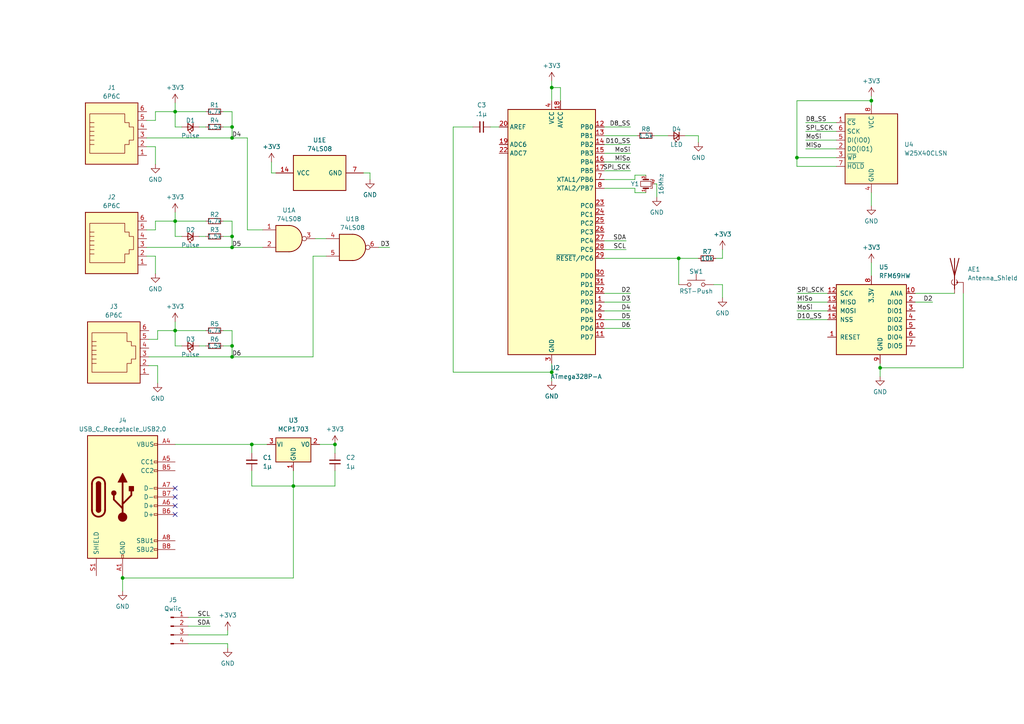
<source format=kicad_sch>
(kicad_sch (version 20230121) (generator eeschema)
  (paper "A4")
  (lib_symbols
    (symbol "74xx:74HC00" (pin_names (offset 1.016))
      (property "Reference" "U" (at 0 1.27 0))
      (property "Value" "74HC00" (at 0 -1.27 0))
      (symbol "74HC00_1_1"
        (arc (start 0 -3.81) (mid 3.7934 0) (end 0 3.81) (stroke (width 0.254)) (fill (type background)))
        (polyline (pts (xy 0 3.81) (xy -3.81 3.81) (xy -3.81 -3.81) (xy 0 -3.81)) (stroke (width 0.254)) (fill (type background)))
        (pin input line (at -7.62 2.54 0) (length 3.81) (name "~") (number "1"))
        (pin input line (at -7.62 -2.54 0) (length 3.81) (name "~") (number "2"))
        (pin output inverted (at 7.62 0 180) (length 3.81) (name "~") (number "3"))
      )
      (symbol "74HC00_1_2"
        (arc (start -3.81 -3.81) (mid -2.589 0) (end -3.81 3.81) (stroke (width 0.254)))
        (arc (start -0.6096 -3.81) (mid 2.1842 -2.5851) (end 3.81 0) (stroke (width 0.254)) (fill (type background)))
        (polyline (pts (xy -3.81 -3.81) (xy -0.635 -3.81)) (stroke (width 0.254)) (fill (type background)))
        (polyline (pts (xy -3.81 3.81) (xy -0.635 3.81)) (stroke (width 0.254)) (fill (type background)))
        (polyline (pts (xy -0.635 3.81) (xy -3.81 3.81) (xy -3.81 3.81) (xy -3.556 3.4036) (xy -3.0226 2.2606) (xy -2.6924 1.0414) (xy -2.6162 -0.254) (xy -2.7686 -1.4986) (xy -3.175 -2.7178) (xy -3.81 -3.81) (xy -3.81 -3.81) (xy -0.635 -3.81)) (stroke (width -25.4)) (fill (type background)))
        (arc (start 3.81 0) (mid 2.1915 2.5936) (end -0.6096 3.81) (stroke (width 0.254)) (fill (type background)))
        (pin input inverted (at -7.62 2.54 0) (length 4.318) (name "~") (number "1"))
        (pin input inverted (at -7.62 -2.54 0) (length 4.318) (name "~") (number "2"))
        (pin output line (at 7.62 0 180) (length 3.81) (name "~") (number "3"))
      )
      (symbol "74HC00_2_1"
        (arc (start 0 -3.81) (mid 3.7934 0) (end 0 3.81) (stroke (width 0.254)) (fill (type background)))
        (polyline (pts (xy 0 3.81) (xy -3.81 3.81) (xy -3.81 -3.81) (xy 0 -3.81)) (stroke (width 0.254)) (fill (type background)))
        (pin input line (at -7.62 2.54 0) (length 3.81) (name "~") (number "4"))
        (pin input line (at -7.62 -2.54 0) (length 3.81) (name "~") (number "5"))
        (pin output inverted (at 7.62 0 180) (length 3.81) (name "~") (number "6"))
      )
      (symbol "74HC00_2_2"
        (arc (start -3.81 -3.81) (mid -2.589 0) (end -3.81 3.81) (stroke (width 0.254)))
        (arc (start -0.6096 -3.81) (mid 2.1842 -2.5851) (end 3.81 0) (stroke (width 0.254)) (fill (type background)))
        (polyline (pts (xy -3.81 -3.81) (xy -0.635 -3.81)) (stroke (width 0.254)) (fill (type background)))
        (polyline (pts (xy -3.81 3.81) (xy -0.635 3.81)) (stroke (width 0.254)) (fill (type background)))
        (polyline (pts (xy -0.635 3.81) (xy -3.81 3.81) (xy -3.81 3.81) (xy -3.556 3.4036) (xy -3.0226 2.2606) (xy -2.6924 1.0414) (xy -2.6162 -0.254) (xy -2.7686 -1.4986) (xy -3.175 -2.7178) (xy -3.81 -3.81) (xy -3.81 -3.81) (xy -0.635 -3.81)) (stroke (width -25.4)) (fill (type background)))
        (arc (start 3.81 0) (mid 2.1915 2.5936) (end -0.6096 3.81) (stroke (width 0.254)) (fill (type background)))
        (pin input inverted (at -7.62 2.54 0) (length 4.318) (name "~") (number "4"))
        (pin input inverted (at -7.62 -2.54 0) (length 4.318) (name "~") (number "5"))
        (pin output line (at 7.62 0 180) (length 3.81) (name "~") (number "6"))
      )
      (symbol "74HC00_3_1"
        (arc (start 0 -3.81) (mid 3.7934 0) (end 0 3.81) (stroke (width 0.254)) (fill (type background)))
        (polyline (pts (xy 0 3.81) (xy -3.81 3.81) (xy -3.81 -3.81) (xy 0 -3.81)) (stroke (width 0.254)) (fill (type background)))
        (pin input line (at -7.62 -2.54 0) (length 3.81) (name "~") (number "10"))
        (pin output inverted (at 7.62 0 180) (length 3.81) (name "~") (number "8"))
        (pin input line (at -7.62 2.54 0) (length 3.81) (name "~") (number "9"))
      )
      (symbol "74HC00_3_2"
        (arc (start -3.81 -3.81) (mid -2.589 0) (end -3.81 3.81) (stroke (width 0.254)))
        (arc (start -0.6096 -3.81) (mid 2.1842 -2.5851) (end 3.81 0) (stroke (width 0.254)) (fill (type background)))
        (polyline (pts (xy -3.81 -3.81) (xy -0.635 -3.81)) (stroke (width 0.254)) (fill (type background)))
        (polyline (pts (xy -3.81 3.81) (xy -0.635 3.81)) (stroke (width 0.254)) (fill (type background)))
        (polyline (pts (xy -0.635 3.81) (xy -3.81 3.81) (xy -3.81 3.81) (xy -3.556 3.4036) (xy -3.0226 2.2606) (xy -2.6924 1.0414) (xy -2.6162 -0.254) (xy -2.7686 -1.4986) (xy -3.175 -2.7178) (xy -3.81 -3.81) (xy -3.81 -3.81) (xy -0.635 -3.81)) (stroke (width -25.4)) (fill (type background)))
        (arc (start 3.81 0) (mid 2.1915 2.5936) (end -0.6096 3.81) (stroke (width 0.254)) (fill (type background)))
        (pin input inverted (at -7.62 -2.54 0) (length 4.318) (name "~") (number "10"))
        (pin output line (at 7.62 0 180) (length 3.81) (name "~") (number "8"))
        (pin input inverted (at -7.62 2.54 0) (length 4.318) (name "~") (number "9"))
      )
      (symbol "74HC00_4_1"
        (arc (start 0 -3.81) (mid 3.7934 0) (end 0 3.81) (stroke (width 0.254)) (fill (type background)))
        (polyline (pts (xy 0 3.81) (xy -3.81 3.81) (xy -3.81 -3.81) (xy 0 -3.81)) (stroke (width 0.254)) (fill (type background)))
        (pin output inverted (at 7.62 0 180) (length 3.81) (name "~") (number "11"))
        (pin input line (at -7.62 2.54 0) (length 3.81) (name "~") (number "12"))
        (pin input line (at -7.62 -2.54 0) (length 3.81) (name "~") (number "13"))
      )
      (symbol "74HC00_4_2"
        (arc (start -3.81 -3.81) (mid -2.589 0) (end -3.81 3.81) (stroke (width 0.254)))
        (arc (start -0.6096 -3.81) (mid 2.1842 -2.5851) (end 3.81 0) (stroke (width 0.254)) (fill (type background)))
        (polyline (pts (xy -3.81 -3.81) (xy -0.635 -3.81)) (stroke (width 0.254)) (fill (type background)))
        (polyline (pts (xy -3.81 3.81) (xy -0.635 3.81)) (stroke (width 0.254)) (fill (type background)))
        (polyline (pts (xy -0.635 3.81) (xy -3.81 3.81) (xy -3.81 3.81) (xy -3.556 3.4036) (xy -3.0226 2.2606) (xy -2.6924 1.0414) (xy -2.6162 -0.254) (xy -2.7686 -1.4986) (xy -3.175 -2.7178) (xy -3.81 -3.81) (xy -3.81 -3.81) (xy -0.635 -3.81)) (stroke (width -25.4)) (fill (type background)))
        (arc (start 3.81 0) (mid 2.1915 2.5936) (end -0.6096 3.81) (stroke (width 0.254)) (fill (type background)))
        (pin output line (at 7.62 0 180) (length 3.81) (name "~") (number "11"))
        (pin input inverted (at -7.62 2.54 0) (length 4.318) (name "~") (number "12"))
        (pin input inverted (at -7.62 -2.54 0) (length 4.318) (name "~") (number "13"))
      )
      (symbol "74HC00_5_0"
        (pin power_in line (at 0 12.7 270) (length 5.08) (name "VCC") (number "14"))
        (pin power_in line (at 0 -12.7 90) (length 5.08) (name "GND") (number "7"))
      )
      (symbol "74HC00_5_1"
        (rectangle (start -5.08 7.62) (end 5.08 -7.62) (stroke (width 0.254)) (fill (type background)))
      )
    )
    (symbol "Connector:6P6C" (pin_names (offset 1.016))
      (property "Reference" "J" (at -5.08 11.43 0))
      (property "Value" "6P6C" (at 2.54 11.43 0))
      (symbol "6P6C_0_1"
        (polyline (pts (xy -6.35 -1.905) (xy -5.08 -1.905) (xy -5.08 -1.905)))
        (polyline (pts (xy -6.35 -0.635) (xy -5.08 -0.635) (xy -5.08 -0.635)))
        (polyline (pts (xy -6.35 0.635) (xy -5.08 0.635) (xy -5.08 0.635)))
        (polyline (pts (xy -6.35 1.905) (xy -5.08 1.905) (xy -5.08 1.905)))
        (polyline (pts (xy -6.35 3.175) (xy -5.08 3.175) (xy -5.08 3.175)))
        (polyline (pts (xy -5.08 4.445) (xy -6.35 4.445) (xy -6.35 4.445)))
        (polyline (pts (xy -6.35 -4.445) (xy -6.35 6.985) (xy 3.81 6.985) (xy 3.81 4.445) (xy 5.08 4.445) (xy 5.08 3.175) (xy 6.35 3.175) (xy 6.35 -0.635) (xy 5.08 -0.635) (xy 5.08 -1.905) (xy 3.81 -1.905) (xy 3.81 -4.445) (xy -6.35 -4.445) (xy -6.35 -4.445)))
        (rectangle (start 7.62 10.16) (end -7.62 -7.62) (stroke (width 0.254)) (fill (type background)))
      )
      (symbol "6P6C_1_1"
        (pin passive line (at 10.16 -5.08 180) (length 2.54) (name "~") (number "1"))
        (pin passive line (at 10.16 -2.54 180) (length 2.54) (name "~") (number "2"))
        (pin passive line (at 10.16 0 180) (length 2.54) (name "~") (number "3"))
        (pin passive line (at 10.16 2.54 180) (length 2.54) (name "~") (number "4"))
        (pin passive line (at 10.16 5.08 180) (length 2.54) (name "~") (number "5"))
        (pin passive line (at 10.16 7.62 180) (length 2.54) (name "~") (number "6"))
      )
    )
    (symbol "Connector:Conn_01x04_Pin" (pin_names (offset 1.016) hide)
      (property "Reference" "J" (at 0 5.08 0))
      (property "Value" "Conn_01x04_Pin" (at 0 -7.62 0))
      (symbol "Conn_01x04_Pin_1_1"
        (polyline (pts (xy 1.27 -5.08) (xy 0.8636 -5.08)) (stroke (width 0.1524)))
        (polyline (pts (xy 1.27 -2.54) (xy 0.8636 -2.54)) (stroke (width 0.1524)))
        (polyline (pts (xy 1.27 0) (xy 0.8636 0)) (stroke (width 0.1524)))
        (polyline (pts (xy 1.27 2.54) (xy 0.8636 2.54)) (stroke (width 0.1524)))
        (rectangle (start 0.8636 -4.953) (end 0 -5.207) (stroke (width 0.1524)) (fill (type outline)))
        (rectangle (start 0.8636 -2.413) (end 0 -2.667) (stroke (width 0.1524)) (fill (type outline)))
        (rectangle (start 0.8636 0.127) (end 0 -0.127) (stroke (width 0.1524)) (fill (type outline)))
        (rectangle (start 0.8636 2.667) (end 0 2.413) (stroke (width 0.1524)) (fill (type outline)))
        (pin passive line (at 5.08 2.54 180) (length 3.81) (name "Pin_1") (number "1"))
        (pin passive line (at 5.08 0 180) (length 3.81) (name "Pin_2") (number "2"))
        (pin passive line (at 5.08 -2.54 180) (length 3.81) (name "Pin_3") (number "3"))
        (pin passive line (at 5.08 -5.08 180) (length 3.81) (name "Pin_4") (number "4"))
      )
    )
    (symbol "Connector:USB_C_Receptacle_USB2.0" (pin_names (offset 1.016))
      (property "Reference" "J" (at -10.16 19.05 0))
      (property "Value" "USB_C_Receptacle_USB2.0" (at 19.05 19.05 0))
      (symbol "USB_C_Receptacle_USB2.0_0_0"
        (rectangle (start -0.254 -17.78) (end 0.254 -16.764))
        (rectangle (start 10.16 -14.986) (end 9.144 -15.494))
        (rectangle (start 10.16 -12.446) (end 9.144 -12.954))
        (rectangle (start 10.16 -4.826) (end 9.144 -5.334))
        (rectangle (start 10.16 -2.286) (end 9.144 -2.794))
        (rectangle (start 10.16 0.254) (end 9.144 -0.254))
        (rectangle (start 10.16 2.794) (end 9.144 2.286))
        (rectangle (start 10.16 7.874) (end 9.144 7.366))
        (rectangle (start 10.16 10.414) (end 9.144 9.906))
        (rectangle (start 10.16 15.494) (end 9.144 14.986))
      )
      (symbol "USB_C_Receptacle_USB2.0_0_1"
        (rectangle (start -10.16 17.78) (end 10.16 -17.78) (stroke (width 0.254)) (fill (type background)))
        (arc (start -8.89 -3.81) (mid -6.985 -5.7067) (end -5.08 -3.81) (stroke (width 0.508)))
        (arc (start -7.62 -3.81) (mid -6.985 -4.4423) (end -6.35 -3.81) (stroke (width 0.254)))
        (arc (start -7.62 -3.81) (mid -6.985 -4.4423) (end -6.35 -3.81) (stroke (width 0.254)) (fill (type outline)))
        (rectangle (start -7.62 -3.81) (end -6.35 3.81) (stroke (width 0.254)) (fill (type outline)))
        (arc (start -6.35 3.81) (mid -6.985 4.4423) (end -7.62 3.81) (stroke (width 0.254)))
        (arc (start -6.35 3.81) (mid -6.985 4.4423) (end -7.62 3.81) (stroke (width 0.254)) (fill (type outline)))
        (arc (start -5.08 3.81) (mid -6.985 5.7067) (end -8.89 3.81) (stroke (width 0.508)))
        (circle (center -2.54 1.143) (radius 0.635) (stroke (width 0.254)) (fill (type outline)))
        (circle (center 0 -5.842) (radius 1.27) (fill (type outline)))
        (polyline (pts (xy -8.89 -3.81) (xy -8.89 3.81)) (stroke (width 0.508)))
        (polyline (pts (xy -5.08 3.81) (xy -5.08 -3.81)) (stroke (width 0.508)))
        (polyline (pts (xy 0 -5.842) (xy 0 4.318)) (stroke (width 0.508)))
        (polyline (pts (xy 0 -3.302) (xy -2.54 -0.762) (xy -2.54 0.508)) (stroke (width 0.508)))
        (polyline (pts (xy 0 -2.032) (xy 2.54 0.508) (xy 2.54 1.778)) (stroke (width 0.508)))
        (polyline (pts (xy -1.27 4.318) (xy 0 6.858) (xy 1.27 4.318) (xy -1.27 4.318)) (stroke (width 0.254)) (fill (type outline)))
        (rectangle (start 1.905 1.778) (end 3.175 3.048) (stroke (width 0.254)) (fill (type outline)))
      )
      (symbol "USB_C_Receptacle_USB2.0_1_1"
        (pin passive line (at 0 -22.86 90) (length 5.08) (name "GND") (number "A1"))
        (pin passive line (at 0 -22.86 90) (length 5.08) hide (name "GND") (number "A12"))
        (pin passive line (at 15.24 15.24 180) (length 5.08) (name "VBUS") (number "A4"))
        (pin bidirectional line (at 15.24 10.16 180) (length 5.08) (name "CC1") (number "A5"))
        (pin bidirectional line (at 15.24 -2.54 180) (length 5.08) (name "D+") (number "A6"))
        (pin bidirectional line (at 15.24 2.54 180) (length 5.08) (name "D-") (number "A7"))
        (pin bidirectional line (at 15.24 -12.7 180) (length 5.08) (name "SBU1") (number "A8"))
        (pin passive line (at 15.24 15.24 180) (length 5.08) hide (name "VBUS") (number "A9"))
        (pin passive line (at 0 -22.86 90) (length 5.08) hide (name "GND") (number "B1"))
        (pin passive line (at 0 -22.86 90) (length 5.08) hide (name "GND") (number "B12"))
        (pin passive line (at 15.24 15.24 180) (length 5.08) hide (name "VBUS") (number "B4"))
        (pin bidirectional line (at 15.24 7.62 180) (length 5.08) (name "CC2") (number "B5"))
        (pin bidirectional line (at 15.24 -5.08 180) (length 5.08) (name "D+") (number "B6"))
        (pin bidirectional line (at 15.24 0 180) (length 5.08) (name "D-") (number "B7"))
        (pin bidirectional line (at 15.24 -15.24 180) (length 5.08) (name "SBU2") (number "B8"))
        (pin passive line (at 15.24 15.24 180) (length 5.08) hide (name "VBUS") (number "B9"))
        (pin passive line (at -7.62 -22.86 90) (length 5.08) (name "SHIELD") (number "S1"))
      )
    )
    (symbol "Device:Antenna_Shield" (pin_numbers hide) (pin_names (offset 1.016) hide)
      (property "Reference" "AE" (at -1.905 4.445 0))
      (property "Value" "Antenna_Shield" (at -1.905 2.54 0))
      (symbol "Antenna_Shield_0_1"
        (arc (start -0.508 -1.143) (mid -0.8429 -2.1194) (end 0 -2.667))
        (arc (start 0 -2.667) (mid 0.7989 -2.1052) (end 0.508 -1.143))
        (polyline (pts (xy 0 -2.54) (xy 0 0)))
        (polyline (pts (xy 0 5.08) (xy 0 -3.81)) (stroke (width 0.254)))
        (polyline (pts (xy 0.762 -1.905) (xy 2.54 -1.905)))
        (polyline (pts (xy 2.54 -2.54) (xy 2.54 -1.905)))
        (polyline (pts (xy 1.27 5.08) (xy 0 0) (xy -1.27 5.08)) (stroke (width 0.254)))
        (circle (center 0.762 -1.905) (radius 0.1778) (fill (type outline)))
      )
      (symbol "Antenna_Shield_1_1"
        (pin input line (at 0 -5.08 90) (length 2.54) (name "A") (number "1"))
        (pin input line (at 2.54 -5.08 90) (length 2.54) (name "Shield") (number "2"))
      )
    )
    (symbol "Device:C_Small" (pin_numbers hide) (pin_names (offset 0.254) hide)
      (property "Reference" "C" (at 0.254 1.778 0))
      (property "Value" "C_Small" (at 0.254 -2.032 0))
      (symbol "C_Small_0_1"
        (polyline (pts (xy -1.524 -0.508) (xy 1.524 -0.508)) (stroke (width 0.3302)))
        (polyline (pts (xy -1.524 0.508) (xy 1.524 0.508)) (stroke (width 0.3048)))
      )
      (symbol "C_Small_1_1"
        (pin passive line (at 0 2.54 270) (length 2.032) (name "~") (number "1"))
        (pin passive line (at 0 -2.54 90) (length 2.032) (name "~") (number "2"))
      )
    )
    (symbol "Device:Crystal_GND2_Small" (pin_names (offset 1.016) hide)
      (property "Reference" "Y" (at 0 5.08 0))
      (property "Value" "Crystal_GND2_Small" (at 0 3.175 0))
      (symbol "Crystal_GND2_Small_0_1"
        (rectangle (start -0.762 -1.524) (end 0.762 1.524))
        (polyline (pts (xy -1.27 -0.762) (xy -1.27 0.762)) (stroke (width 0.381)))
        (polyline (pts (xy 1.27 -0.762) (xy 1.27 0.762)) (stroke (width 0.381)))
        (polyline (pts (xy -1.27 -1.27) (xy -1.27 -1.905) (xy 1.27 -1.905) (xy 1.27 -1.27)))
      )
      (symbol "Crystal_GND2_Small_1_1"
        (pin passive line (at -2.54 0 0) (length 1.27) (name "1") (number "1"))
        (pin passive line (at 0 -2.54 90) (length 0.635) (name "2") (number "2"))
        (pin passive line (at 2.54 0 180) (length 1.27) (name "3") (number "3"))
      )
    )
    (symbol "Device:LED_Small" (pin_numbers hide) (pin_names (offset 0.254) hide)
      (property "Reference" "D" (at -1.27 3.175 0))
      (property "Value" "LED_Small" (at -4.445 -2.54 0))
      (symbol "LED_Small_0_1"
        (polyline (pts (xy -0.762 -1.016) (xy -0.762 1.016)) (stroke (width 0.254)))
        (polyline (pts (xy 1.016 0) (xy -0.762 0)))
        (polyline (pts (xy 0.762 -1.016) (xy -0.762 0) (xy 0.762 1.016) (xy 0.762 -1.016)) (stroke (width 0.254)))
        (polyline (pts (xy 0 0.762) (xy -0.508 1.27) (xy -0.254 1.27) (xy -0.508 1.27) (xy -0.508 1.016)))
        (polyline (pts (xy 0.508 1.27) (xy 0 1.778) (xy 0.254 1.778) (xy 0 1.778) (xy 0 1.524)))
      )
      (symbol "LED_Small_1_1"
        (pin passive line (at -2.54 0 0) (length 1.778) (name "K") (number "1"))
        (pin passive line (at 2.54 0 180) (length 1.778) (name "A") (number "2"))
      )
    )
    (symbol "Device:R_Small" (pin_numbers hide) (pin_names (offset 0.254) hide)
      (property "Reference" "R" (at 0.762 0.508 0))
      (property "Value" "R_Small" (at 0.762 -1.016 0))
      (symbol "R_Small_0_1"
        (rectangle (start -0.762 1.778) (end 0.762 -1.778) (stroke (width 0.2032)))
      )
      (symbol "R_Small_1_1"
        (pin passive line (at 0 2.54 270) (length 0.762) (name "~") (number "1"))
        (pin passive line (at 0 -2.54 90) (length 0.762) (name "~") (number "2"))
      )
    )
    (symbol "MCU_Microchip_ATmega:ATmega328P-A"
      (property "Reference" "U" (at -12.7 36.83 0))
      (property "Value" "ATmega328P-A" (at 2.54 -36.83 0))
      (symbol "ATmega328P-A_0_1"
        (rectangle (start -12.7 -35.56) (end 12.7 35.56) (stroke (width 0.254)) (fill (type background)))
      )
      (symbol "ATmega328P-A_1_1"
        (pin bidirectional line (at 15.24 -20.32 180) (length 2.54) (name "PD3") (number "1"))
        (pin bidirectional line (at 15.24 -27.94 180) (length 2.54) (name "PD6") (number "10"))
        (pin bidirectional line (at 15.24 -30.48 180) (length 2.54) (name "PD7") (number "11"))
        (pin bidirectional line (at 15.24 30.48 180) (length 2.54) (name "PB0") (number "12"))
        (pin bidirectional line (at 15.24 27.94 180) (length 2.54) (name "PB1") (number "13"))
        (pin bidirectional line (at 15.24 25.4 180) (length 2.54) (name "PB2") (number "14"))
        (pin bidirectional line (at 15.24 22.86 180) (length 2.54) (name "PB3") (number "15"))
        (pin bidirectional line (at 15.24 20.32 180) (length 2.54) (name "PB4") (number "16"))
        (pin bidirectional line (at 15.24 17.78 180) (length 2.54) (name "PB5") (number "17"))
        (pin power_in line (at 2.54 38.1 270) (length 2.54) (name "AVCC") (number "18"))
        (pin input line (at -15.24 25.4 0) (length 2.54) (name "ADC6") (number "19"))
        (pin bidirectional line (at 15.24 -22.86 180) (length 2.54) (name "PD4") (number "2"))
        (pin passive line (at -15.24 30.48 0) (length 2.54) (name "AREF") (number "20"))
        (pin passive line (at 0 -38.1 90) (length 2.54) hide (name "GND") (number "21"))
        (pin input line (at -15.24 22.86 0) (length 2.54) (name "ADC7") (number "22"))
        (pin bidirectional line (at 15.24 7.62 180) (length 2.54) (name "PC0") (number "23"))
        (pin bidirectional line (at 15.24 5.08 180) (length 2.54) (name "PC1") (number "24"))
        (pin bidirectional line (at 15.24 2.54 180) (length 2.54) (name "PC2") (number "25"))
        (pin bidirectional line (at 15.24 0 180) (length 2.54) (name "PC3") (number "26"))
        (pin bidirectional line (at 15.24 -2.54 180) (length 2.54) (name "PC4") (number "27"))
        (pin bidirectional line (at 15.24 -5.08 180) (length 2.54) (name "PC5") (number "28"))
        (pin bidirectional line (at 15.24 -7.62 180) (length 2.54) (name "~{RESET}/PC6") (number "29"))
        (pin power_in line (at 0 -38.1 90) (length 2.54) (name "GND") (number "3"))
        (pin bidirectional line (at 15.24 -12.7 180) (length 2.54) (name "PD0") (number "30"))
        (pin bidirectional line (at 15.24 -15.24 180) (length 2.54) (name "PD1") (number "31"))
        (pin bidirectional line (at 15.24 -17.78 180) (length 2.54) (name "PD2") (number "32"))
        (pin power_in line (at 0 38.1 270) (length 2.54) (name "VCC") (number "4"))
        (pin passive line (at 0 -38.1 90) (length 2.54) hide (name "GND") (number "5"))
        (pin passive line (at 0 38.1 270) (length 2.54) hide (name "VCC") (number "6"))
        (pin bidirectional line (at 15.24 15.24 180) (length 2.54) (name "XTAL1/PB6") (number "7"))
        (pin bidirectional line (at 15.24 12.7 180) (length 2.54) (name "XTAL2/PB7") (number "8"))
        (pin bidirectional line (at 15.24 -25.4 180) (length 2.54) (name "PD5") (number "9"))
      )
    )
    (symbol "Memory_Flash:W25X40CLSN"
      (property "Reference" "U" (at -7.62 10.16 0))
      (property "Value" "W25X40CLSN" (at 2.54 10.16 0))
      (symbol "W25X40CLSN_0_1"
        (rectangle (start -7.62 10.16) (end 7.62 -10.16) (stroke (width 0.254)) (fill (type background)))
      )
      (symbol "W25X40CLSN_1_1"
        (pin input line (at -10.16 7.62 0) (length 2.54) (name "~{CS}") (number "1"))
        (pin bidirectional line (at -10.16 0 0) (length 2.54) (name "DO(IO1)") (number "2"))
        (pin bidirectional line (at -10.16 -2.54 0) (length 2.54) (name "~{WP}") (number "3"))
        (pin power_in line (at 0 -12.7 90) (length 2.54) (name "GND") (number "4"))
        (pin bidirectional line (at -10.16 2.54 0) (length 2.54) (name "DI(IO0)") (number "5"))
        (pin input line (at -10.16 5.08 0) (length 2.54) (name "SCK") (number "6"))
        (pin bidirectional line (at -10.16 -5.08 0) (length 2.54) (name "~{HOLD}") (number "7"))
        (pin power_in line (at 0 12.7 270) (length 2.54) (name "VCC") (number "8"))
      )
    )
    (symbol "RF_Module:RFM69HW" (pin_names (offset 1.016))
      (property "Reference" "U" (at -3.81 11.43 0))
      (property "Value" "RFM69HW" (at -7.62 13.97 0))
      (symbol "RFM69HW_0_1"
        (rectangle (start -10.16 10.16) (end 10.16 -10.16) (stroke (width 0.254)) (fill (type background)))
      )
      (symbol "RFM69HW_1_1"
        (pin input line (at -12.7 -5.08 0) (length 2.54) (name "RESET") (number "1"))
        (pin output line (at 12.7 7.62 180) (length 2.54) (name "ANA") (number "10"))
        (pin passive line (at 2.54 -12.7 90) (length 2.54) hide (name "GND") (number "11"))
        (pin input line (at -12.7 7.62 0) (length 2.54) (name "SCK") (number "12"))
        (pin output line (at -12.7 5.08 0) (length 2.54) (name "MISO") (number "13"))
        (pin input line (at -12.7 2.54 0) (length 2.54) (name "MOSI") (number "14"))
        (pin input line (at -12.7 0 0) (length 2.54) (name "NSS") (number "15"))
        (pin no_connect line (at -2.54 -10.16 90) (length 2.54) hide (name "NC") (number "16"))
        (pin bidirectional line (at 12.7 5.08 180) (length 2.54) (name "DIO0") (number "2"))
        (pin bidirectional line (at 12.7 2.54 180) (length 2.54) (name "DIO1") (number "3"))
        (pin bidirectional line (at 12.7 0 180) (length 2.54) (name "DIO2") (number "4"))
        (pin bidirectional line (at 12.7 -2.54 180) (length 2.54) (name "DIO3") (number "5"))
        (pin bidirectional line (at 12.7 -5.08 180) (length 2.54) (name "DIO4") (number "6"))
        (pin bidirectional line (at 12.7 -7.62 180) (length 2.54) (name "DIO5") (number "7"))
        (pin power_in line (at 0 12.7 270) (length 2.54) (name "3.3V") (number "8"))
        (pin power_in line (at 2.54 -12.7 90) (length 2.54) (name "GND") (number "9"))
      )
    )
    (symbol "Regulator_Linear:MCP1703Ax-300xxTT" (pin_names (offset 0.254))
      (property "Reference" "U" (at -3.81 3.175 0))
      (property "Value" "MCP1703Ax-300xxTT" (at 0 3.175 0))
      (symbol "MCP1703Ax-300xxTT_0_1"
        (rectangle (start -5.08 -5.08) (end 5.08 1.905) (stroke (width 0.254)) (fill (type background)))
      )
      (symbol "MCP1703Ax-300xxTT_1_1"
        (pin power_in line (at 0 -7.62 90) (length 2.54) (name "GND") (number "1"))
        (pin power_out line (at 7.62 0 180) (length 2.54) (name "VO") (number "2"))
        (pin power_in line (at -7.62 0 0) (length 2.54) (name "VI") (number "3"))
      )
    )
    (symbol "Switch:SW_Push" (pin_numbers hide) (pin_names (offset 1.016) hide)
      (property "Reference" "SW" (at 1.27 2.54 0))
      (property "Value" "SW_Push" (at 0 -1.524 0))
      (symbol "SW_Push_0_1"
        (circle (center -2.032 0) (radius 0.508))
        (polyline (pts (xy 0 1.27) (xy 0 3.048)))
        (polyline (pts (xy 2.54 1.27) (xy -2.54 1.27)))
        (circle (center 2.032 0) (radius 0.508))
        (pin passive line (at -5.08 0 0) (length 2.54) (name "1") (number "1"))
        (pin passive line (at 5.08 0 180) (length 2.54) (name "2") (number "2"))
      )
    )
    (symbol "power:+3V3" (power) (pin_names (offset 0))
      (property "Value" "+3V3" (at 0 3.556 0))
      (symbol "+3V3_0_1"
        (polyline (pts (xy -0.762 1.27) (xy 0 2.54)))
        (polyline (pts (xy 0 0) (xy 0 2.54)))
        (polyline (pts (xy 0 2.54) (xy 0.762 1.27)))
      )
      (symbol "+3V3_1_1"
        (pin power_in line (at 0 0 90) (length 0) hide (name "+3V3") (number "1"))
      )
    )
    (symbol "power:GND" (power) (pin_names (offset 0))
      (property "Value" "GND" (at 0 -3.81 0))
      (symbol "GND_0_1"
        (polyline (pts (xy 0 0) (xy 0 -1.27) (xy 1.27 -1.27) (xy 0 -2.54) (xy -1.27 -1.27) (xy 0 -1.27)))
      )
      (symbol "GND_1_1"
        (pin power_in line (at 0 0 270) (length 0) hide (name "GND") (number "1"))
      )
    )
  )
  (junction (at 67.31 68.58))
  (junction (at 35.56 167.64))
  (junction (at 50.8 95.885))
  (junction (at 67.31 40.005))
  (junction (at 73.025 128.905))
  (junction (at 67.31 103.505))
  (junction (at 67.31 100.33))
  (junction (at 50.8 32.385))
  (junction (at 252.73 29.21))
  (junction (at 97.155 128.905))
  (junction (at 160.02 25.4))
  (junction (at 85.09 140.97))
  (junction (at 50.8 64.135))
  (junction (at 160.02 107.95))
  (junction (at 196.85 74.93))
  (junction (at 67.31 71.755))
  (junction (at 231.14 45.72))
  (junction (at 67.31 36.83))
  (junction (at 255.27 106.68))
  (no_connect (at 50.8 141.605))
  (no_connect (at 50.8 149.225))
  (no_connect (at 50.8 144.145))
  (no_connect (at 50.8 146.685))
  (wire (pts (xy 175.26 87.63) (xy 182.88 87.63)))
  (wire (pts (xy 85.09 167.64) (xy 35.56 167.64)))
  (wire (pts (xy 255.27 106.68) (xy 255.27 109.22)))
  (wire (pts (xy 73.025 140.97) (xy 85.09 140.97)))
  (wire (pts (xy 233.68 35.56) (xy 242.57 35.56)))
  (wire (pts (xy 80.01 50.165) (xy 78.74 50.165)))
  (wire (pts (xy 175.26 54.61) (xy 184.15 54.61)))
  (wire (pts (xy 175.26 92.71) (xy 182.88 92.71)))
  (wire (pts (xy 45.72 106.045) (xy 43.18 106.045)))
  (wire (pts (xy 196.85 74.93) (xy 202.565 74.93)))
  (wire (pts (xy 175.26 46.99) (xy 182.88 46.99)))
  (wire (pts (xy 91.44 69.215) (xy 94.615 69.215)))
  (wire (pts (xy 54.61 184.15) (xy 66.04 184.15)))
  (wire (pts (xy 142.24 36.83) (xy 144.78 36.83)))
  (wire (pts (xy 131.445 107.95) (xy 160.02 107.95)))
  (wire (pts (xy 231.14 45.72) (xy 242.57 45.72)))
  (wire (pts (xy 94.615 74.295) (xy 90.805 74.295)))
  (wire (pts (xy 160.02 23.495) (xy 160.02 25.4)))
  (wire (pts (xy 57.785 68.58) (xy 59.69 68.58)))
  (wire (pts (xy 50.8 29.845) (xy 50.8 32.385)))
  (wire (pts (xy 209.55 82.55) (xy 209.55 86.36)))
  (wire (pts (xy 54.61 186.69) (xy 66.04 186.69)))
  (wire (pts (xy 175.26 52.07) (xy 184.15 52.07)))
  (wire (pts (xy 50.8 95.885) (xy 59.69 95.885)))
  (wire (pts (xy 231.14 92.71) (xy 240.03 92.71)))
  (wire (pts (xy 252.73 76.2) (xy 252.73 80.01)))
  (wire (pts (xy 265.43 85.09) (xy 276.86 85.09)))
  (wire (pts (xy 50.8 61.595) (xy 50.8 64.135)))
  (wire (pts (xy 279.4 85.09) (xy 279.4 106.68)))
  (wire (pts (xy 175.26 69.85) (xy 181.61 69.85)))
  (wire (pts (xy 42.545 42.545) (xy 45.085 42.545)))
  (wire (pts (xy 50.8 32.385) (xy 50.8 36.83)))
  (wire (pts (xy 175.26 74.93) (xy 196.85 74.93)))
  (wire (pts (xy 97.155 140.97) (xy 85.09 140.97)))
  (wire (pts (xy 50.8 95.885) (xy 50.8 100.33)))
  (wire (pts (xy 90.805 74.295) (xy 90.805 103.505)))
  (wire (pts (xy 187.325 50.8) (xy 184.15 50.8)))
  (wire (pts (xy 162.56 25.4) (xy 160.02 25.4)))
  (wire (pts (xy 92.71 128.905) (xy 97.155 128.905)))
  (wire (pts (xy 107.315 50.165) (xy 105.41 50.165)))
  (wire (pts (xy 73.025 128.905) (xy 77.47 128.905)))
  (wire (pts (xy 175.26 49.53) (xy 182.88 49.53)))
  (wire (pts (xy 131.445 36.83) (xy 131.445 107.95)))
  (wire (pts (xy 184.15 54.61) (xy 184.15 55.88)))
  (wire (pts (xy 42.545 40.005) (xy 67.31 40.005)))
  (wire (pts (xy 64.77 32.385) (xy 67.31 32.385)))
  (wire (pts (xy 42.545 66.675) (xy 45.085 66.675)))
  (wire (pts (xy 162.56 25.4) (xy 162.56 29.21)))
  (wire (pts (xy 42.545 71.755) (xy 67.31 71.755)))
  (wire (pts (xy 50.8 128.905) (xy 73.025 128.905)))
  (wire (pts (xy 160.02 105.41) (xy 160.02 107.95)))
  (wire (pts (xy 97.155 136.525) (xy 97.155 140.97)))
  (wire (pts (xy 73.025 128.905) (xy 73.025 131.445)))
  (wire (pts (xy 189.865 53.34) (xy 190.5 53.34)))
  (wire (pts (xy 52.705 100.33) (xy 50.8 100.33)))
  (wire (pts (xy 85.09 136.525) (xy 85.09 140.97)))
  (wire (pts (xy 64.77 100.33) (xy 67.31 100.33)))
  (wire (pts (xy 190.5 53.34) (xy 190.5 57.15)))
  (wire (pts (xy 45.72 106.045) (xy 45.72 111.125)))
  (wire (pts (xy 45.085 74.295) (xy 45.085 79.375)))
  (wire (pts (xy 67.31 68.58) (xy 67.31 71.755)))
  (wire (pts (xy 231.14 85.09) (xy 240.03 85.09)))
  (wire (pts (xy 76.2 66.675) (xy 71.755 66.675)))
  (wire (pts (xy 43.18 103.505) (xy 67.31 103.505)))
  (wire (pts (xy 175.26 39.37) (xy 184.785 39.37)))
  (wire (pts (xy 109.855 71.755) (xy 113.03 71.755)))
  (wire (pts (xy 231.14 45.72) (xy 231.14 48.26)))
  (wire (pts (xy 207.01 82.55) (xy 209.55 82.55)))
  (wire (pts (xy 184.15 55.88) (xy 187.325 55.88)))
  (wire (pts (xy 231.14 48.26) (xy 242.57 48.26)))
  (wire (pts (xy 64.77 36.83) (xy 67.31 36.83)))
  (wire (pts (xy 233.68 40.64) (xy 242.57 40.64)))
  (wire (pts (xy 67.31 64.135) (xy 67.31 68.58)))
  (wire (pts (xy 45.085 32.385) (xy 50.8 32.385)))
  (wire (pts (xy 67.31 40.005) (xy 71.755 40.005)))
  (wire (pts (xy 50.8 64.135) (xy 50.8 68.58)))
  (wire (pts (xy 184.15 50.8) (xy 184.15 52.07)))
  (wire (pts (xy 233.68 43.18) (xy 242.57 43.18)))
  (wire (pts (xy 209.55 74.93) (xy 209.55 72.39)))
  (wire (pts (xy 137.16 36.83) (xy 131.445 36.83)))
  (wire (pts (xy 35.56 167.64) (xy 35.56 171.45)))
  (wire (pts (xy 198.755 39.37) (xy 202.565 39.37)))
  (wire (pts (xy 160.02 25.4) (xy 160.02 29.21)))
  (wire (pts (xy 175.26 95.25) (xy 182.88 95.25)))
  (wire (pts (xy 231.14 45.72) (xy 231.14 29.21)))
  (wire (pts (xy 175.26 41.91) (xy 182.88 41.91)))
  (wire (pts (xy 42.545 74.295) (xy 45.085 74.295)))
  (wire (pts (xy 64.77 68.58) (xy 67.31 68.58)))
  (wire (pts (xy 54.61 181.61) (xy 60.96 181.61)))
  (wire (pts (xy 196.85 74.93) (xy 196.85 82.55)))
  (wire (pts (xy 207.645 74.93) (xy 209.55 74.93)))
  (wire (pts (xy 43.18 98.425) (xy 45.72 98.425)))
  (wire (pts (xy 67.31 103.505) (xy 90.805 103.505)))
  (wire (pts (xy 202.565 39.37) (xy 202.565 41.275)))
  (wire (pts (xy 67.31 95.885) (xy 67.31 100.33)))
  (wire (pts (xy 189.865 39.37) (xy 193.675 39.37)))
  (wire (pts (xy 252.73 27.94) (xy 252.73 29.21)))
  (wire (pts (xy 160.02 107.95) (xy 160.02 110.49)))
  (wire (pts (xy 45.085 42.545) (xy 45.085 47.625)))
  (wire (pts (xy 52.705 36.83) (xy 50.8 36.83)))
  (wire (pts (xy 175.26 72.39) (xy 181.61 72.39)))
  (wire (pts (xy 64.77 95.885) (xy 67.31 95.885)))
  (wire (pts (xy 255.27 105.41) (xy 255.27 106.68)))
  (wire (pts (xy 233.68 38.1) (xy 242.57 38.1)))
  (wire (pts (xy 85.09 140.97) (xy 85.09 167.64)))
  (wire (pts (xy 73.025 136.525) (xy 73.025 140.97)))
  (wire (pts (xy 57.785 100.33) (xy 59.69 100.33)))
  (wire (pts (xy 66.04 186.69) (xy 66.04 187.96)))
  (wire (pts (xy 57.785 36.83) (xy 59.69 36.83)))
  (wire (pts (xy 67.31 100.33) (xy 67.31 103.505)))
  (wire (pts (xy 50.8 64.135) (xy 59.69 64.135)))
  (wire (pts (xy 45.72 95.885) (xy 50.8 95.885)))
  (wire (pts (xy 175.26 85.09) (xy 182.88 85.09)))
  (wire (pts (xy 175.26 90.17) (xy 182.88 90.17)))
  (wire (pts (xy 54.61 179.07) (xy 60.96 179.07)))
  (wire (pts (xy 50.8 32.385) (xy 59.69 32.385)))
  (wire (pts (xy 64.77 64.135) (xy 67.31 64.135)))
  (wire (pts (xy 78.74 50.165) (xy 78.74 46.99)))
  (wire (pts (xy 175.26 36.83) (xy 182.88 36.83)))
  (wire (pts (xy 67.31 71.755) (xy 76.2 71.755)))
  (wire (pts (xy 45.72 98.425) (xy 45.72 95.885)))
  (wire (pts (xy 52.705 68.58) (xy 50.8 68.58)))
  (wire (pts (xy 175.26 44.45) (xy 182.88 44.45)))
  (wire (pts (xy 50.8 93.345) (xy 50.8 95.885)))
  (wire (pts (xy 45.085 66.675) (xy 45.085 64.135)))
  (wire (pts (xy 279.4 106.68) (xy 255.27 106.68)))
  (wire (pts (xy 231.14 90.17) (xy 240.03 90.17)))
  (wire (pts (xy 231.14 87.63) (xy 240.03 87.63)))
  (wire (pts (xy 67.31 36.83) (xy 67.31 40.005)))
  (wire (pts (xy 42.545 34.925) (xy 45.085 34.925)))
  (wire (pts (xy 67.31 32.385) (xy 67.31 36.83)))
  (wire (pts (xy 97.155 128.905) (xy 97.155 131.445)))
  (wire (pts (xy 35.56 167.005) (xy 35.56 167.64)))
  (wire (pts (xy 231.14 29.21) (xy 252.73 29.21)))
  (wire (pts (xy 45.085 34.925) (xy 45.085 32.385)))
  (wire (pts (xy 265.43 87.63) (xy 270.51 87.63)))
  (wire (pts (xy 71.755 66.675) (xy 71.755 40.005)))
  (wire (pts (xy 252.73 55.88) (xy 252.73 59.69)))
  (wire (pts (xy 45.085 64.135) (xy 50.8 64.135)))
  (wire (pts (xy 107.315 50.165) (xy 107.315 52.07)))
  (wire (pts (xy 66.04 184.15) (xy 66.04 182.88)))
  (wire (pts (xy 252.73 29.21) (xy 252.73 30.48)))
  (label "D6" (at 67.31 103.505 0))
  (label "D2" (at 270.51 87.63 180))
  (label "MoSi" (at 231.14 90.17 0))
  (label "D4" (at 182.88 90.17 180))
  (label "SCL" (at 181.61 72.39 180))
  (label "D8_SS" (at 182.88 36.83 180))
  (label "SPI_SCK" (at 182.88 49.53 180))
  (label "D4" (at 67.31 40.005 0))
  (label "D3" (at 113.03 71.755 180))
  (label "MiSo" (at 182.88 46.99 180))
  (label "SPI_SCK" (at 231.14 85.09 0))
  (label "D3" (at 182.88 87.63 180))
  (label "D2" (at 182.88 85.09 180))
  (label "MiSo" (at 231.14 87.63 0))
  (label "D5" (at 182.88 92.71 180))
  (label "SCL" (at 60.96 179.07 180))
  (label "MoSi" (at 233.68 40.64 0))
  (label "MoSi" (at 182.88 44.45 180))
  (label "D10_SS" (at 231.14 92.71 0))
  (label "D8_SS" (at 233.68 35.56 0))
  (label "SPI_SCK" (at 233.68 38.1 0))
  (label "D5" (at 67.31 71.755 0))
  (label "SDA" (at 181.61 69.85 180))
  (label "MiSo" (at 233.68 43.18 0))
  (label "SDA" (at 60.96 181.61 180))
  (label "D6" (at 182.88 95.25 180))
  (label "D10_SS" (at 182.88 41.91 180))
  (symbol (lib_id "power:+3V3") (at 97.155 128.905 0) (unit 1)
    (property "Reference" "#PWR015" (effects hide))
    (property "Value" "+3V3" (at 97.155 124.46 0))
  )
  (symbol (lib_id "Connector:USB_C_Receptacle_USB2.0") (at 35.56 144.145 0) (unit 1)
    (property "Reference" "J4" (at 35.56 121.92 0))
    (property "Value" "USB_C_Receptacle_USB2.0" (at 35.56 124.46 0))
    (property "Footprint" "Connector_USB:USB_C_Receptacle_GCT_USB4085" (effects hide))
    (property "Datasheet" "https://www.usb.org/sites/default/files/documents/usb_type-c.zip" (effects hide))
  )
  (symbol (lib_id "Connector:6P6C") (at 32.385 71.755 0) (unit 1)
    (property "Reference" "J2" (at 32.385 57.15 0))
    (property "Value" "6P6C" (at 32.385 59.69 0))
    (property "Footprint" "Connector_RJ:RJ12_Amphenol_54601-x06_Horizontal" (effects hide))
  )
  (symbol (lib_id "power:GND") (at 45.72 111.125 0) (unit 1)
    (property "Reference" "#PWR01" (effects hide))
    (property "Value" "GND" (at 45.72 115.57 0))
  )
  (symbol (lib_id "Device:LED_Small") (at 55.245 100.33 180) (unit 1)
    (property "Reference" "D3" (at 55.245 98.425 0))
    (property "Value" "Pulse" (at 55.245 102.87 0))
    (property "Footprint" "LED_SMD:LED_0805_2012Metric_Pad1.15x1.40mm_HandSolder" (effects hide))
  )
  (symbol (lib_id "power:+3V3") (at 50.8 61.595 0) (unit 1)
    (property "Reference" "#PWR05" (effects hide))
    (property "Value" "+3V3" (at 50.8 57.15 0))
  )
  (symbol (lib_id "power:+3V3") (at 209.55 72.39 0) (unit 1)
    (property "Reference" "#PWR011" (effects hide))
    (property "Value" "+3V3" (at 209.55 67.945 0))
  )
  (symbol (lib_id "Regulator_Linear:MCP1703Ax-300xxTT") (at 85.09 128.905 0) (unit 1)
    (property "Reference" "U3" (at 85.09 121.92 0))
    (property "Value" "MCP1703" (at 85.09 124.46 0))
    (property "Footprint" "Package_TO_SOT_SMD:SOT-23" (effects hide))
    (property "Datasheet" "http://ww1.microchip.com/downloads/en/DeviceDoc/20005122B.pdf" (effects hide))
  )
  (symbol (lib_id "Device:C_Small") (at 97.155 133.985 180) (unit 1)
    (property "Reference" "C2" (at 100.33 132.7086 0) (effects (justify right)))
    (property "Value" "1µ" (at 100.33 135.2486 0) (effects (justify right)))
    (property "Footprint" "Capacitor_SMD:C_0805_2012Metric_Pad1.18x1.45mm_HandSolder" (effects hide))
  )
  (symbol (lib_id "Device:LED_Small") (at 55.245 68.58 180) (unit 1)
    (property "Reference" "D2" (at 55.245 66.675 0))
    (property "Value" "Pulse" (at 55.245 71.12 0))
    (property "Footprint" "LED_SMD:LED_0805_2012Metric_Pad1.15x1.40mm_HandSolder" (effects hide))
  )
  (symbol (lib_id "power:GND") (at 45.085 47.625 0) (unit 1)
    (property "Reference" "#PWR03" (effects hide))
    (property "Value" "GND" (at 45.085 52.07 0))
  )
  (symbol (lib_id "power:GND") (at 209.55 86.36 0) (unit 1)
    (property "Reference" "#PWR013" (effects hide))
    (property "Value" "GND" (at 209.55 90.805 0))
  )
  (symbol (lib_id "MCU_Microchip_ATmega:ATmega328P-A") (at 160.02 67.31 0) (unit 1)
    (property "Reference" "U2" (at 159.6741 106.68 0) (effects (justify left)))
    (property "Value" "ATmega328P-A" (at 159.6741 109.22 0) (effects (justify left)))
    (property "Footprint" "Package_QFP:TQFP-32_7x7mm_P0.8mm" (effects hide))
    (property "Datasheet" "http://ww1.microchip.com/downloads/en/DeviceDoc/ATmega328_P%20AVR%20MCU%20with%20picoPower%20Technology%20Data%20Sheet%2040001984A.pdf" (effects hide))
  )
  (symbol (lib_id "Connector:Conn_01x04_Pin") (at 49.53 181.61 0) (unit 1)
    (property "Reference" "J5" (at 50.165 173.99 0))
    (property "Value" "Qwiic" (at 50.165 176.53 0))
    (property "Footprint" "Connector_JST:JST_SH_SM04B-SRSS-TB_1x04-1MP_P1.00mm_Horizontal" (effects hide))
  )
  (symbol (lib_id "Device:R_Small") (at 62.23 36.83 90) (unit 1)
    (property "Reference" "R4" (at 62.23 34.925 90))
    (property "Value" "1.5k" (at 62.23 36.83 90))
    (property "Footprint" "Resistor_SMD:R_0805_2012Metric_Pad1.20x1.40mm_HandSolder" (effects hide))
  )
  (symbol (lib_id "power:GND") (at 107.315 52.07 0) (unit 1)
    (property "Reference" "#PWR07" (effects hide))
    (property "Value" "GND" (at 107.315 56.515 0))
  )
  (symbol (lib_id "power:GND") (at 35.56 171.45 0) (unit 1)
    (property "Reference" "#PWR014" (effects hide))
    (property "Value" "GND" (at 35.56 175.895 0))
  )
  (symbol (lib_id "power:+3V3") (at 50.8 29.845 0) (unit 1)
    (property "Reference" "#PWR04" (effects hide))
    (property "Value" "+3V3" (at 50.8 25.4 0))
  )
  (symbol (lib_id "power:GND") (at 45.085 79.375 0) (unit 1)
    (property "Reference" "#PWR02" (effects hide))
    (property "Value" "GND" (at 45.085 83.82 0))
  )
  (symbol (lib_id "power:GND") (at 160.02 110.49 0) (unit 1)
    (property "Reference" "#PWR010" (effects hide))
    (property "Value" "GND" (at 160.02 114.935 0))
  )
  (symbol (lib_id "power:GND") (at 255.27 109.22 0) (unit 1)
    (property "Reference" "#PWR019" (effects hide))
    (property "Value" "GND" (at 255.27 113.665 0))
  )
  (symbol (lib_id "RF_Module:RFM69HW") (at 252.73 92.71 0) (unit 1)
    (property "Reference" "U5" (at 254.9241 77.47 0) (effects (justify left)))
    (property "Value" "RFM69HW" (at 254.9241 80.01 0) (effects (justify left)))
    (property "Footprint" "RF_Module:HOPERF_RFM9XW_SMD" (effects hide))
    (property "Datasheet" "https://www.hoperf.com/data/upload/portal/20181127/5bfcbb56f1fd7.pdf" (effects hide))
  )
  (symbol (lib_id "Device:C_Small") (at 139.7 36.83 270) (unit 1)
    (property "Reference" "C3" (at 139.6936 30.48 90))
    (property "Value" ".1µ" (at 139.6936 33.02 90))
    (property "Footprint" "Capacitor_SMD:C_0805_2012Metric_Pad1.18x1.45mm_HandSolder" (effects hide))
  )
  (symbol (lib_id "Device:Crystal_GND2_Small") (at 187.325 53.34 90) (unit 1)
    (property "Reference" "Y1" (at 185.42 53.34 90) (effects (justify left)))
    (property "Value" "16Mhz" (at 191.77 56.515 0) (effects (justify left)))
    (property "Footprint" "Crystal:Resonator_SMD_Murata_CSTxExxV-3Pin_3.0x1.1mm_HandSoldering" (effects hide))
  )
  (symbol (lib_id "Device:R_Small") (at 62.23 32.385 90) (unit 1)
    (property "Reference" "R1" (at 62.23 30.48 90))
    (property "Value" "4.7k" (at 62.23 32.385 90))
    (property "Footprint" "Resistor_SMD:R_0805_2012Metric_Pad1.20x1.40mm_HandSolder" (effects hide))
  )
  (symbol (lib_id "power:+3V3") (at 50.8 93.345 0) (unit 1)
    (property "Reference" "#PWR06" (effects hide))
    (property "Value" "+3V3" (at 50.8 88.9 0))
  )
  (symbol (lib_id "power:GND") (at 202.565 41.275 0) (unit 1)
    (property "Reference" "#PWR016" (effects hide))
    (property "Value" "GND" (at 202.565 45.72 0))
  )
  (symbol (lib_id "power:GND") (at 190.5 57.15 0) (unit 1)
    (property "Reference" "#PWR012" (effects hide))
    (property "Value" "GND" (at 190.5 61.595 0))
  )
  (symbol (lib_id "power:+3V3") (at 160.02 23.495 0) (unit 1)
    (property "Reference" "#PWR09" (effects hide))
    (property "Value" "+3V3" (at 160.02 19.05 0))
  )
  (symbol (lib_id "Device:R_Small") (at 62.23 100.33 90) (unit 1)
    (property "Reference" "R6" (at 62.23 98.425 90))
    (property "Value" "1.5k" (at 62.23 100.33 90))
    (property "Footprint" "Resistor_SMD:R_0805_2012Metric_Pad1.20x1.40mm_HandSolder" (effects hide))
  )
  (symbol (lib_id "Device:LED_Small") (at 55.245 36.83 180) (unit 1)
    (property "Reference" "D1" (at 55.245 34.925 0))
    (property "Value" "Pulse" (at 55.245 39.37 0))
    (property "Footprint" "LED_SMD:LED_0805_2012Metric_Pad1.15x1.40mm_HandSolder" (effects hide))
  )
  (symbol (lib_id "Device:C_Small") (at 73.025 133.985 180) (unit 1)
    (property "Reference" "C1" (at 76.2 132.7086 0) (effects (justify right)))
    (property "Value" "1µ" (at 76.2 135.2486 0) (effects (justify right)))
    (property "Footprint" "Capacitor_SMD:C_0805_2012Metric_Pad1.18x1.45mm_HandSolder" (effects hide))
  )
  (symbol (lib_id "power:GND") (at 252.73 59.69 0) (unit 1)
    (property "Reference" "#PWR018" (effects hide))
    (property "Value" "GND" (at 252.73 64.135 0))
  )
  (symbol (lib_id "Device:LED_Small") (at 196.215 39.37 180) (unit 1)
    (property "Reference" "D4" (at 196.215 37.465 0))
    (property "Value" "LED" (at 196.215 41.91 0))
    (property "Footprint" "LED_SMD:LED_0805_2012Metric_Pad1.15x1.40mm_HandSolder" (effects hide))
  )
  (symbol (lib_id "power:+3V3") (at 66.04 182.88 0) (unit 1)
    (property "Reference" "#PWR021" (effects hide))
    (property "Value" "+3V3" (at 66.04 178.435 0))
  )
  (symbol (lib_id "74xx:74HC00") (at 92.71 50.165 90) (unit 5)
    (property "Reference" "U1" (at 92.71 40.64 90))
    (property "Value" "74LS08" (at 92.71 43.18 90))
    (property "Footprint" "Package_SO:SOIC-14_3.9x8.7mm_P1.27mm" (effects hide))
    (property "Datasheet" "http://www.ti.com/lit/gpn/sn74hc00" (effects hide))
  )
  (symbol (lib_id "Device:R_Small") (at 62.23 68.58 90) (unit 1)
    (property "Reference" "R3" (at 62.23 66.675 90))
    (property "Value" "1.5k" (at 62.23 68.58 90))
    (property "Footprint" "Resistor_SMD:R_0805_2012Metric_Pad1.20x1.40mm_HandSolder" (effects hide))
  )
  (symbol (lib_id "Device:R_Small") (at 62.23 64.135 90) (unit 1)
    (property "Reference" "R2" (at 62.23 62.23 90))
    (property "Value" "4.7k" (at 62.23 64.135 90))
    (property "Footprint" "Resistor_SMD:R_0805_2012Metric_Pad1.20x1.40mm_HandSolder" (effects hide))
  )
  (symbol (lib_id "Connector:6P6C") (at 33.02 103.505 0) (unit 1)
    (property "Reference" "J3" (at 33.02 88.9 0))
    (property "Value" "6P6C" (at 33.02 91.44 0))
    (property "Footprint" "Connector_RJ:RJ12_Amphenol_54601-x06_Horizontal" (effects hide))
  )
  (symbol (lib_id "Switch:SW_Push") (at 201.93 82.55 0) (unit 1)
    (property "Reference" "SW1" (at 201.93 78.74 0))
    (property "Value" "RST-Push" (at 201.93 84.455 0))
    (property "Footprint" "Button_Switch_SMD:SW_Tactile_SPST_NO_Straight_CK_PTS636Sx25SMTRLFS" (effects hide))
  )
  (symbol (lib_id "Memory_Flash:W25X40CLSN") (at 252.73 43.18 0) (unit 1)
    (property "Reference" "U4" (at 262.255 41.91 0) (effects (justify left)))
    (property "Value" "W25X40CLSN" (at 262.255 44.45 0) (effects (justify left)))
    (property "Footprint" "Package_SO:SOIC-8_3.9x4.9mm_P1.27mm" (effects hide))
    (property "Datasheet" "https://www.winbond.com/resource-files/W25X40CL_G%2020210505.pdf" (effects hide))
  )
  (symbol (lib_id "power:+3V3") (at 252.73 27.94 0) (unit 1)
    (property "Reference" "#PWR017" (effects hide))
    (property "Value" "+3V3" (at 252.73 23.495 0))
  )
  (symbol (lib_id "Device:R_Small") (at 205.105 74.93 90) (unit 1)
    (property "Reference" "R7" (at 205.105 73.025 90))
    (property "Value" "10k" (at 205.105 74.93 90))
    (property "Footprint" "Resistor_SMD:R_0805_2012Metric_Pad1.20x1.40mm_HandSolder" (effects hide))
  )
  (symbol (lib_id "power:+3V3") (at 78.74 46.99 0) (unit 1)
    (property "Reference" "#PWR08" (effects hide))
    (property "Value" "+3V3" (at 78.74 42.545 0))
  )
  (symbol (lib_id "Device:Antenna_Shield") (at 276.86 80.01 0) (unit 1)
    (property "Reference" "AE1" (at 280.67 78.105 0) (effects (justify left)))
    (property "Value" "Antenna_Shield" (at 280.67 80.645 0) (effects (justify left)))
    (property "Footprint" "Connector_Coaxial:U.FL_Molex_MCRF_73412-0110_Vertical" (effects hide))
  )
  (symbol (lib_id "74xx:74HC00") (at 102.235 71.755 0) (unit 2)
    (property "Reference" "U1" (at 102.2267 63.5 0))
    (property "Value" "74LS08" (at 102.2267 66.04 0))
    (property "Footprint" "Package_SO:SOIC-14_3.9x8.7mm_P1.27mm" (effects hide))
    (property "Datasheet" "http://www.ti.com/lit/gpn/sn74hc00" (effects hide))
  )
  (symbol (lib_id "Connector:6P6C") (at 32.385 40.005 0) (unit 1)
    (property "Reference" "J1" (at 32.385 25.4 0))
    (property "Value" "6P6C" (at 32.385 27.94 0))
    (property "Footprint" "Connector_RJ:RJ12_Amphenol_54601-x06_Horizontal" (effects hide))
  )
  (symbol (lib_id "power:GND") (at 66.04 187.96 0) (unit 1)
    (property "Reference" "#PWR022" (effects hide))
    (property "Value" "GND" (at 66.04 192.405 0))
  )
  (symbol (lib_id "power:+3V3") (at 252.73 76.2 0) (unit 1)
    (property "Reference" "#PWR020" (effects hide))
    (property "Value" "+3V3" (at 252.73 71.755 0))
  )
  (symbol (lib_id "Device:R_Small") (at 62.23 95.885 90) (unit 1)
    (property "Reference" "R5" (at 62.23 93.98 90))
    (property "Value" "4.7k" (at 62.23 95.885 90))
    (property "Footprint" "Resistor_SMD:R_0805_2012Metric_Pad1.20x1.40mm_HandSolder" (effects hide))
  )
  (symbol (lib_id "Device:R_Small") (at 187.325 39.37 90) (unit 1)
    (property "Reference" "R8" (at 187.325 37.465 90))
    (property "Value" "1.5k" (at 187.325 39.37 90))
    (property "Footprint" "Resistor_SMD:R_0805_2012Metric_Pad1.20x1.40mm_HandSolder" (effects hide))
  )
  (symbol (lib_id "74xx:74HC00") (at 83.82 69.215 0) (unit 1)
    (property "Reference" "U1" (at 83.8117 60.96 0))
    (property "Value" "74LS08" (at 83.8117 63.5 0))
    (property "Footprint" "Package_SO:SOIC-14_3.9x8.7mm_P1.27mm" (effects hide))
    (property "Datasheet" "http://www.ti.com/lit/gpn/sn74hc00" (effects hide))
  )
)
</source>
